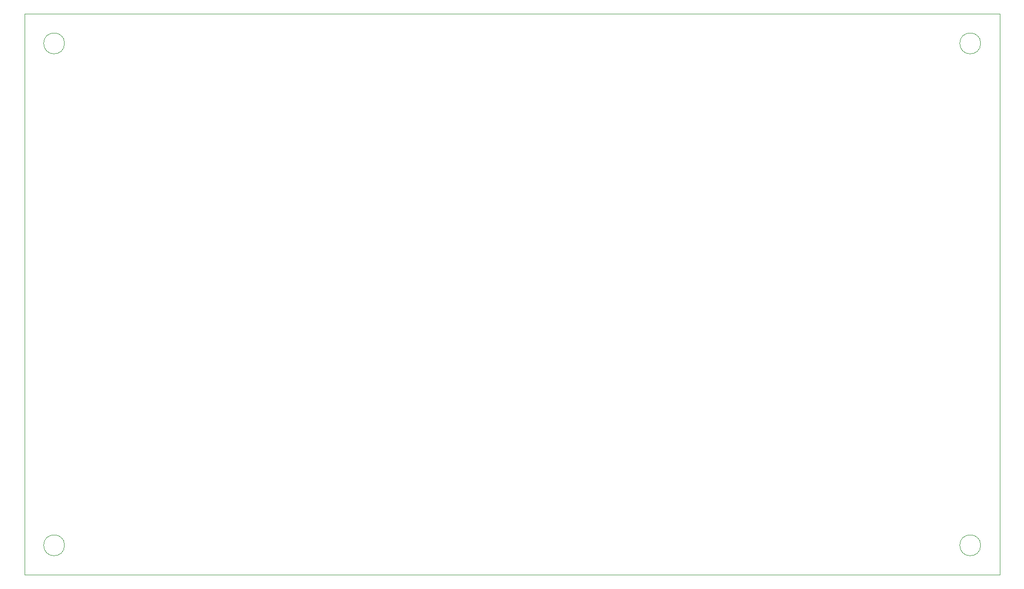
<source format=gm1>
G04 #@! TF.GenerationSoftware,KiCad,Pcbnew,7.0.1-3b83917a11~171~ubuntu20.04.1*
G04 #@! TF.CreationDate,2023-03-14T09:38:21+01:00*
G04 #@! TF.ProjectId,FluidNC-BOB v1.1,466c7569-644e-4432-9d42-4f422076312e,rev?*
G04 #@! TF.SameCoordinates,Original*
G04 #@! TF.FileFunction,Profile,NP*
%FSLAX46Y46*%
G04 Gerber Fmt 4.6, Leading zero omitted, Abs format (unit mm)*
G04 Created by KiCad (PCBNEW 7.0.1-3b83917a11~171~ubuntu20.04.1) date 2023-03-14 09:38:21*
%MOMM*%
%LPD*%
G01*
G04 APERTURE LIST*
G04 #@! TA.AperFunction,Profile*
%ADD10C,0.050000*%
G04 #@! TD*
G04 APERTURE END LIST*
D10*
X50800000Y-130810000D02*
X50800000Y-34290000D01*
X57676051Y-39370000D02*
G75*
G03*
X57676051Y-39370000I-1796051J0D01*
G01*
X218440000Y-34290000D02*
X218440000Y-130810000D01*
X215156051Y-125730000D02*
G75*
G03*
X215156051Y-125730000I-1796051J0D01*
G01*
X57676051Y-125730000D02*
G75*
G03*
X57676051Y-125730000I-1796051J0D01*
G01*
X215156051Y-39370000D02*
G75*
G03*
X215156051Y-39370000I-1796051J0D01*
G01*
X50800000Y-34290000D02*
X218440000Y-34290000D01*
X218440000Y-130810000D02*
X50800000Y-130810000D01*
M02*

</source>
